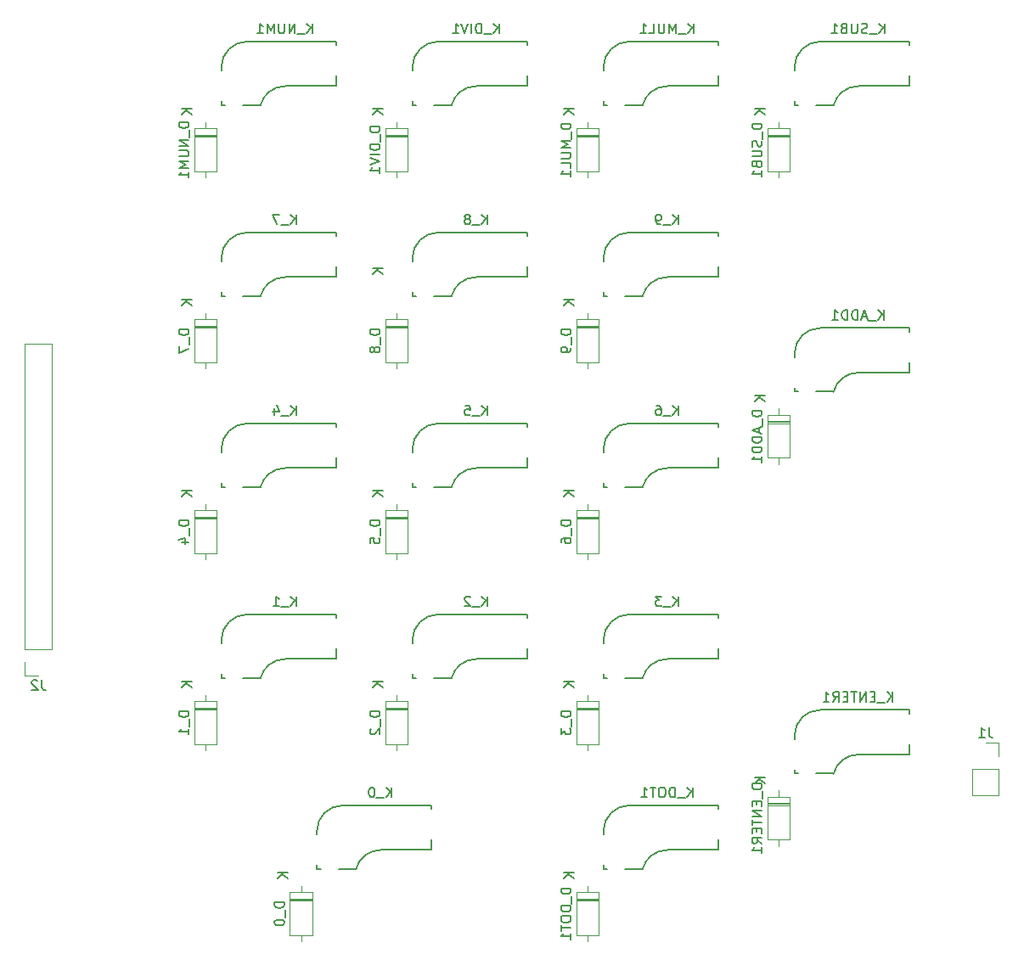
<source format=gbo>
G04 #@! TF.GenerationSoftware,KiCad,Pcbnew,(5.1.10)-1*
G04 #@! TF.CreationDate,2023-01-23T12:40:00+01:00*
G04 #@! TF.ProjectId,numpad,6e756d70-6164-42e6-9b69-6361645f7063,rev?*
G04 #@! TF.SameCoordinates,Original*
G04 #@! TF.FileFunction,Legend,Bot*
G04 #@! TF.FilePolarity,Positive*
%FSLAX46Y46*%
G04 Gerber Fmt 4.6, Leading zero omitted, Abs format (unit mm)*
G04 Created by KiCad (PCBNEW (5.1.10)-1) date 2023-01-23 12:40:00*
%MOMM*%
%LPD*%
G01*
G04 APERTURE LIST*
%ADD10C,0.150000*%
%ADD11C,0.120000*%
%ADD12R,2.550000X2.500000*%
%ADD13C,1.701800*%
%ADD14C,3.987800*%
%ADD15C,3.000000*%
%ADD16O,1.600000X1.600000*%
%ADD17R,1.600000X1.600000*%
%ADD18O,1.700000X1.700000*%
%ADD19R,1.700000X1.700000*%
G04 APERTURE END LIST*
D10*
X121443750Y-122809000D02*
X121443750Y-123190000D01*
X132873750Y-120269000D02*
X132873750Y-121285000D01*
X132873750Y-121285000D02*
X127793750Y-121285000D01*
X125329588Y-123190000D02*
X123602750Y-123190000D01*
X121824750Y-123190000D02*
X121443750Y-123190000D01*
X121443750Y-119380000D02*
X121443750Y-119761000D01*
X123983750Y-116840000D02*
X132873750Y-116840000D01*
X132873750Y-116840000D02*
X132873750Y-117221000D01*
X125329588Y-123208960D02*
G75*
G02*
X127793750Y-121285000I2464162J-616040D01*
G01*
X121443750Y-119380000D02*
G75*
G02*
X123983750Y-116840000I2540000J0D01*
G01*
X121443750Y-84709000D02*
X121443750Y-85090000D01*
X132873750Y-82169000D02*
X132873750Y-83185000D01*
X132873750Y-83185000D02*
X127793750Y-83185000D01*
X125329588Y-85090000D02*
X123602750Y-85090000D01*
X121824750Y-85090000D02*
X121443750Y-85090000D01*
X121443750Y-81280000D02*
X121443750Y-81661000D01*
X123983750Y-78740000D02*
X132873750Y-78740000D01*
X132873750Y-78740000D02*
X132873750Y-79121000D01*
X125329588Y-85108960D02*
G75*
G02*
X127793750Y-83185000I2464162J-616040D01*
G01*
X121443750Y-81280000D02*
G75*
G02*
X123983750Y-78740000I2540000J0D01*
G01*
X92868750Y-122809000D02*
X92868750Y-123190000D01*
X104298750Y-120269000D02*
X104298750Y-121285000D01*
X104298750Y-121285000D02*
X99218750Y-121285000D01*
X96754588Y-123190000D02*
X95027750Y-123190000D01*
X93249750Y-123190000D02*
X92868750Y-123190000D01*
X92868750Y-119380000D02*
X92868750Y-119761000D01*
X95408750Y-116840000D02*
X104298750Y-116840000D01*
X104298750Y-116840000D02*
X104298750Y-117221000D01*
X96754588Y-123208960D02*
G75*
G02*
X99218750Y-121285000I2464162J-616040D01*
G01*
X92868750Y-119380000D02*
G75*
G02*
X95408750Y-116840000I2540000J0D01*
G01*
X140493750Y-113284000D02*
X140493750Y-113665000D01*
X151923750Y-110744000D02*
X151923750Y-111760000D01*
X151923750Y-111760000D02*
X146843750Y-111760000D01*
X144379588Y-113665000D02*
X142652750Y-113665000D01*
X140874750Y-113665000D02*
X140493750Y-113665000D01*
X140493750Y-109855000D02*
X140493750Y-110236000D01*
X143033750Y-107315000D02*
X151923750Y-107315000D01*
X151923750Y-107315000D02*
X151923750Y-107696000D01*
X144379588Y-113683960D02*
G75*
G02*
X146843750Y-111760000I2464162J-616040D01*
G01*
X140493750Y-109855000D02*
G75*
G02*
X143033750Y-107315000I2540000J0D01*
G01*
X140493750Y-75184000D02*
X140493750Y-75565000D01*
X151923750Y-72644000D02*
X151923750Y-73660000D01*
X151923750Y-73660000D02*
X146843750Y-73660000D01*
X144379588Y-75565000D02*
X142652750Y-75565000D01*
X140874750Y-75565000D02*
X140493750Y-75565000D01*
X140493750Y-71755000D02*
X140493750Y-72136000D01*
X143033750Y-69215000D02*
X151923750Y-69215000D01*
X151923750Y-69215000D02*
X151923750Y-69596000D01*
X144379588Y-75583960D02*
G75*
G02*
X146843750Y-73660000I2464162J-616040D01*
G01*
X140493750Y-71755000D02*
G75*
G02*
X143033750Y-69215000I2540000J0D01*
G01*
X83343750Y-46609000D02*
X83343750Y-46990000D01*
X94773750Y-44069000D02*
X94773750Y-45085000D01*
X94773750Y-45085000D02*
X89693750Y-45085000D01*
X87229588Y-46990000D02*
X85502750Y-46990000D01*
X83724750Y-46990000D02*
X83343750Y-46990000D01*
X83343750Y-43180000D02*
X83343750Y-43561000D01*
X85883750Y-40640000D02*
X94773750Y-40640000D01*
X94773750Y-40640000D02*
X94773750Y-41021000D01*
X87229588Y-47008960D02*
G75*
G02*
X89693750Y-45085000I2464162J-616040D01*
G01*
X83343750Y-43180000D02*
G75*
G02*
X85883750Y-40640000I2540000J0D01*
G01*
D11*
X99686250Y-107065000D02*
X101926250Y-107065000D01*
X99686250Y-107305000D02*
X101926250Y-107305000D01*
X99686250Y-107185000D02*
X101926250Y-107185000D01*
X100806250Y-111355000D02*
X100806250Y-110705000D01*
X100806250Y-105815000D02*
X100806250Y-106465000D01*
X99686250Y-110705000D02*
X99686250Y-106465000D01*
X101926250Y-110705000D02*
X99686250Y-110705000D01*
X101926250Y-106465000D02*
X101926250Y-110705000D01*
X99686250Y-106465000D02*
X101926250Y-106465000D01*
D10*
X83343750Y-65659000D02*
X83343750Y-66040000D01*
X94773750Y-63119000D02*
X94773750Y-64135000D01*
X94773750Y-64135000D02*
X89693750Y-64135000D01*
X87229588Y-66040000D02*
X85502750Y-66040000D01*
X83724750Y-66040000D02*
X83343750Y-66040000D01*
X83343750Y-62230000D02*
X83343750Y-62611000D01*
X85883750Y-59690000D02*
X94773750Y-59690000D01*
X94773750Y-59690000D02*
X94773750Y-60071000D01*
X87229588Y-66058960D02*
G75*
G02*
X89693750Y-64135000I2464162J-616040D01*
G01*
X83343750Y-62230000D02*
G75*
G02*
X85883750Y-59690000I2540000J0D01*
G01*
D11*
X63757500Y-103882500D02*
X65087500Y-103882500D01*
X63757500Y-102552500D02*
X63757500Y-103882500D01*
X63757500Y-101282500D02*
X66417500Y-101282500D01*
X66417500Y-101282500D02*
X66417500Y-70742500D01*
X63757500Y-101282500D02*
X63757500Y-70742500D01*
X63757500Y-70742500D02*
X66417500Y-70742500D01*
X160873750Y-110588750D02*
X159543750Y-110588750D01*
X160873750Y-111918750D02*
X160873750Y-110588750D01*
X160873750Y-113188750D02*
X158213750Y-113188750D01*
X158213750Y-113188750D02*
X158213750Y-115788750D01*
X160873750Y-113188750D02*
X160873750Y-115788750D01*
X160873750Y-115788750D02*
X158213750Y-115788750D01*
X137786250Y-49915000D02*
X140026250Y-49915000D01*
X137786250Y-50155000D02*
X140026250Y-50155000D01*
X137786250Y-50035000D02*
X140026250Y-50035000D01*
X138906250Y-54205000D02*
X138906250Y-53555000D01*
X138906250Y-48665000D02*
X138906250Y-49315000D01*
X137786250Y-53555000D02*
X137786250Y-49315000D01*
X140026250Y-53555000D02*
X137786250Y-53555000D01*
X140026250Y-49315000D02*
X140026250Y-53555000D01*
X137786250Y-49315000D02*
X140026250Y-49315000D01*
X80636250Y-49915000D02*
X82876250Y-49915000D01*
X80636250Y-50155000D02*
X82876250Y-50155000D01*
X80636250Y-50035000D02*
X82876250Y-50035000D01*
X81756250Y-54205000D02*
X81756250Y-53555000D01*
X81756250Y-48665000D02*
X81756250Y-49315000D01*
X80636250Y-53555000D02*
X80636250Y-49315000D01*
X82876250Y-53555000D02*
X80636250Y-53555000D01*
X82876250Y-49315000D02*
X82876250Y-53555000D01*
X80636250Y-49315000D02*
X82876250Y-49315000D01*
X118736250Y-49915000D02*
X120976250Y-49915000D01*
X118736250Y-50155000D02*
X120976250Y-50155000D01*
X118736250Y-50035000D02*
X120976250Y-50035000D01*
X119856250Y-54205000D02*
X119856250Y-53555000D01*
X119856250Y-48665000D02*
X119856250Y-49315000D01*
X118736250Y-53555000D02*
X118736250Y-49315000D01*
X120976250Y-53555000D02*
X118736250Y-53555000D01*
X120976250Y-49315000D02*
X120976250Y-53555000D01*
X118736250Y-49315000D02*
X120976250Y-49315000D01*
X137786250Y-116590000D02*
X140026250Y-116590000D01*
X137786250Y-116830000D02*
X140026250Y-116830000D01*
X137786250Y-116710000D02*
X140026250Y-116710000D01*
X138906250Y-120880000D02*
X138906250Y-120230000D01*
X138906250Y-115340000D02*
X138906250Y-115990000D01*
X137786250Y-120230000D02*
X137786250Y-115990000D01*
X140026250Y-120230000D02*
X137786250Y-120230000D01*
X140026250Y-115990000D02*
X140026250Y-120230000D01*
X137786250Y-115990000D02*
X140026250Y-115990000D01*
X118736250Y-126115000D02*
X120976250Y-126115000D01*
X118736250Y-126355000D02*
X120976250Y-126355000D01*
X118736250Y-126235000D02*
X120976250Y-126235000D01*
X119856250Y-130405000D02*
X119856250Y-129755000D01*
X119856250Y-124865000D02*
X119856250Y-125515000D01*
X118736250Y-129755000D02*
X118736250Y-125515000D01*
X120976250Y-129755000D02*
X118736250Y-129755000D01*
X120976250Y-125515000D02*
X120976250Y-129755000D01*
X118736250Y-125515000D02*
X120976250Y-125515000D01*
X99686250Y-49915000D02*
X101926250Y-49915000D01*
X99686250Y-50155000D02*
X101926250Y-50155000D01*
X99686250Y-50035000D02*
X101926250Y-50035000D01*
X100806250Y-54205000D02*
X100806250Y-53555000D01*
X100806250Y-48665000D02*
X100806250Y-49315000D01*
X99686250Y-53555000D02*
X99686250Y-49315000D01*
X101926250Y-53555000D02*
X99686250Y-53555000D01*
X101926250Y-49315000D02*
X101926250Y-53555000D01*
X99686250Y-49315000D02*
X101926250Y-49315000D01*
X137786250Y-78490000D02*
X140026250Y-78490000D01*
X137786250Y-78730000D02*
X140026250Y-78730000D01*
X137786250Y-78610000D02*
X140026250Y-78610000D01*
X138906250Y-82780000D02*
X138906250Y-82130000D01*
X138906250Y-77240000D02*
X138906250Y-77890000D01*
X137786250Y-82130000D02*
X137786250Y-77890000D01*
X140026250Y-82130000D02*
X137786250Y-82130000D01*
X140026250Y-77890000D02*
X140026250Y-82130000D01*
X137786250Y-77890000D02*
X140026250Y-77890000D01*
X118736250Y-68965000D02*
X120976250Y-68965000D01*
X118736250Y-69205000D02*
X120976250Y-69205000D01*
X118736250Y-69085000D02*
X120976250Y-69085000D01*
X119856250Y-73255000D02*
X119856250Y-72605000D01*
X119856250Y-67715000D02*
X119856250Y-68365000D01*
X118736250Y-72605000D02*
X118736250Y-68365000D01*
X120976250Y-72605000D02*
X118736250Y-72605000D01*
X120976250Y-68365000D02*
X120976250Y-72605000D01*
X118736250Y-68365000D02*
X120976250Y-68365000D01*
X99686250Y-68965000D02*
X101926250Y-68965000D01*
X99686250Y-69205000D02*
X101926250Y-69205000D01*
X99686250Y-69085000D02*
X101926250Y-69085000D01*
X100806250Y-73255000D02*
X100806250Y-72605000D01*
X100806250Y-67715000D02*
X100806250Y-68365000D01*
X99686250Y-72605000D02*
X99686250Y-68365000D01*
X101926250Y-72605000D02*
X99686250Y-72605000D01*
X101926250Y-68365000D02*
X101926250Y-72605000D01*
X99686250Y-68365000D02*
X101926250Y-68365000D01*
X80636250Y-68965000D02*
X82876250Y-68965000D01*
X80636250Y-69205000D02*
X82876250Y-69205000D01*
X80636250Y-69085000D02*
X82876250Y-69085000D01*
X81756250Y-73255000D02*
X81756250Y-72605000D01*
X81756250Y-67715000D02*
X81756250Y-68365000D01*
X80636250Y-72605000D02*
X80636250Y-68365000D01*
X82876250Y-72605000D02*
X80636250Y-72605000D01*
X82876250Y-68365000D02*
X82876250Y-72605000D01*
X80636250Y-68365000D02*
X82876250Y-68365000D01*
X118736250Y-88015000D02*
X120976250Y-88015000D01*
X118736250Y-88255000D02*
X120976250Y-88255000D01*
X118736250Y-88135000D02*
X120976250Y-88135000D01*
X119856250Y-92305000D02*
X119856250Y-91655000D01*
X119856250Y-86765000D02*
X119856250Y-87415000D01*
X118736250Y-91655000D02*
X118736250Y-87415000D01*
X120976250Y-91655000D02*
X118736250Y-91655000D01*
X120976250Y-87415000D02*
X120976250Y-91655000D01*
X118736250Y-87415000D02*
X120976250Y-87415000D01*
X99686250Y-88015000D02*
X101926250Y-88015000D01*
X99686250Y-88255000D02*
X101926250Y-88255000D01*
X99686250Y-88135000D02*
X101926250Y-88135000D01*
X100806250Y-92305000D02*
X100806250Y-91655000D01*
X100806250Y-86765000D02*
X100806250Y-87415000D01*
X99686250Y-91655000D02*
X99686250Y-87415000D01*
X101926250Y-91655000D02*
X99686250Y-91655000D01*
X101926250Y-87415000D02*
X101926250Y-91655000D01*
X99686250Y-87415000D02*
X101926250Y-87415000D01*
X80636250Y-88015000D02*
X82876250Y-88015000D01*
X80636250Y-88255000D02*
X82876250Y-88255000D01*
X80636250Y-88135000D02*
X82876250Y-88135000D01*
X81756250Y-92305000D02*
X81756250Y-91655000D01*
X81756250Y-86765000D02*
X81756250Y-87415000D01*
X80636250Y-91655000D02*
X80636250Y-87415000D01*
X82876250Y-91655000D02*
X80636250Y-91655000D01*
X82876250Y-87415000D02*
X82876250Y-91655000D01*
X80636250Y-87415000D02*
X82876250Y-87415000D01*
X118736250Y-107065000D02*
X120976250Y-107065000D01*
X118736250Y-107305000D02*
X120976250Y-107305000D01*
X118736250Y-107185000D02*
X120976250Y-107185000D01*
X119856250Y-111355000D02*
X119856250Y-110705000D01*
X119856250Y-105815000D02*
X119856250Y-106465000D01*
X118736250Y-110705000D02*
X118736250Y-106465000D01*
X120976250Y-110705000D02*
X118736250Y-110705000D01*
X120976250Y-106465000D02*
X120976250Y-110705000D01*
X118736250Y-106465000D02*
X120976250Y-106465000D01*
X80636250Y-107065000D02*
X82876250Y-107065000D01*
X80636250Y-107305000D02*
X82876250Y-107305000D01*
X80636250Y-107185000D02*
X82876250Y-107185000D01*
X81756250Y-111355000D02*
X81756250Y-110705000D01*
X81756250Y-105815000D02*
X81756250Y-106465000D01*
X80636250Y-110705000D02*
X80636250Y-106465000D01*
X82876250Y-110705000D02*
X80636250Y-110705000D01*
X82876250Y-106465000D02*
X82876250Y-110705000D01*
X80636250Y-106465000D02*
X82876250Y-106465000D01*
X90161250Y-126115000D02*
X92401250Y-126115000D01*
X90161250Y-126355000D02*
X92401250Y-126355000D01*
X90161250Y-126235000D02*
X92401250Y-126235000D01*
X91281250Y-130405000D02*
X91281250Y-129755000D01*
X91281250Y-124865000D02*
X91281250Y-125515000D01*
X90161250Y-129755000D02*
X90161250Y-125515000D01*
X92401250Y-129755000D02*
X90161250Y-129755000D01*
X92401250Y-125515000D02*
X92401250Y-129755000D01*
X90161250Y-125515000D02*
X92401250Y-125515000D01*
D10*
X140493750Y-46609000D02*
X140493750Y-46990000D01*
X151923750Y-44069000D02*
X151923750Y-45085000D01*
X151923750Y-45085000D02*
X146843750Y-45085000D01*
X144379588Y-46990000D02*
X142652750Y-46990000D01*
X140874750Y-46990000D02*
X140493750Y-46990000D01*
X140493750Y-43180000D02*
X140493750Y-43561000D01*
X143033750Y-40640000D02*
X151923750Y-40640000D01*
X151923750Y-40640000D02*
X151923750Y-41021000D01*
X144379588Y-47008960D02*
G75*
G02*
X146843750Y-45085000I2464162J-616040D01*
G01*
X140493750Y-43180000D02*
G75*
G02*
X143033750Y-40640000I2540000J0D01*
G01*
X121443750Y-46609000D02*
X121443750Y-46990000D01*
X132873750Y-44069000D02*
X132873750Y-45085000D01*
X132873750Y-45085000D02*
X127793750Y-45085000D01*
X125329588Y-46990000D02*
X123602750Y-46990000D01*
X121824750Y-46990000D02*
X121443750Y-46990000D01*
X121443750Y-43180000D02*
X121443750Y-43561000D01*
X123983750Y-40640000D02*
X132873750Y-40640000D01*
X132873750Y-40640000D02*
X132873750Y-41021000D01*
X125329588Y-47008960D02*
G75*
G02*
X127793750Y-45085000I2464162J-616040D01*
G01*
X121443750Y-43180000D02*
G75*
G02*
X123983750Y-40640000I2540000J0D01*
G01*
X102393750Y-46609000D02*
X102393750Y-46990000D01*
X113823750Y-44069000D02*
X113823750Y-45085000D01*
X113823750Y-45085000D02*
X108743750Y-45085000D01*
X106279588Y-46990000D02*
X104552750Y-46990000D01*
X102774750Y-46990000D02*
X102393750Y-46990000D01*
X102393750Y-43180000D02*
X102393750Y-43561000D01*
X104933750Y-40640000D02*
X113823750Y-40640000D01*
X113823750Y-40640000D02*
X113823750Y-41021000D01*
X106279588Y-47008960D02*
G75*
G02*
X108743750Y-45085000I2464162J-616040D01*
G01*
X102393750Y-43180000D02*
G75*
G02*
X104933750Y-40640000I2540000J0D01*
G01*
X121443750Y-65659000D02*
X121443750Y-66040000D01*
X132873750Y-63119000D02*
X132873750Y-64135000D01*
X132873750Y-64135000D02*
X127793750Y-64135000D01*
X125329588Y-66040000D02*
X123602750Y-66040000D01*
X121824750Y-66040000D02*
X121443750Y-66040000D01*
X121443750Y-62230000D02*
X121443750Y-62611000D01*
X123983750Y-59690000D02*
X132873750Y-59690000D01*
X132873750Y-59690000D02*
X132873750Y-60071000D01*
X125329588Y-66058960D02*
G75*
G02*
X127793750Y-64135000I2464162J-616040D01*
G01*
X121443750Y-62230000D02*
G75*
G02*
X123983750Y-59690000I2540000J0D01*
G01*
X102393750Y-65659000D02*
X102393750Y-66040000D01*
X113823750Y-63119000D02*
X113823750Y-64135000D01*
X113823750Y-64135000D02*
X108743750Y-64135000D01*
X106279588Y-66040000D02*
X104552750Y-66040000D01*
X102774750Y-66040000D02*
X102393750Y-66040000D01*
X102393750Y-62230000D02*
X102393750Y-62611000D01*
X104933750Y-59690000D02*
X113823750Y-59690000D01*
X113823750Y-59690000D02*
X113823750Y-60071000D01*
X106279588Y-66058960D02*
G75*
G02*
X108743750Y-64135000I2464162J-616040D01*
G01*
X102393750Y-62230000D02*
G75*
G02*
X104933750Y-59690000I2540000J0D01*
G01*
X102393750Y-84709000D02*
X102393750Y-85090000D01*
X113823750Y-82169000D02*
X113823750Y-83185000D01*
X113823750Y-83185000D02*
X108743750Y-83185000D01*
X106279588Y-85090000D02*
X104552750Y-85090000D01*
X102774750Y-85090000D02*
X102393750Y-85090000D01*
X102393750Y-81280000D02*
X102393750Y-81661000D01*
X104933750Y-78740000D02*
X113823750Y-78740000D01*
X113823750Y-78740000D02*
X113823750Y-79121000D01*
X106279588Y-85108960D02*
G75*
G02*
X108743750Y-83185000I2464162J-616040D01*
G01*
X102393750Y-81280000D02*
G75*
G02*
X104933750Y-78740000I2540000J0D01*
G01*
X83343750Y-84709000D02*
X83343750Y-85090000D01*
X94773750Y-82169000D02*
X94773750Y-83185000D01*
X94773750Y-83185000D02*
X89693750Y-83185000D01*
X87229588Y-85090000D02*
X85502750Y-85090000D01*
X83724750Y-85090000D02*
X83343750Y-85090000D01*
X83343750Y-81280000D02*
X83343750Y-81661000D01*
X85883750Y-78740000D02*
X94773750Y-78740000D01*
X94773750Y-78740000D02*
X94773750Y-79121000D01*
X87229588Y-85108960D02*
G75*
G02*
X89693750Y-83185000I2464162J-616040D01*
G01*
X83343750Y-81280000D02*
G75*
G02*
X85883750Y-78740000I2540000J0D01*
G01*
X121443750Y-103759000D02*
X121443750Y-104140000D01*
X132873750Y-101219000D02*
X132873750Y-102235000D01*
X132873750Y-102235000D02*
X127793750Y-102235000D01*
X125329588Y-104140000D02*
X123602750Y-104140000D01*
X121824750Y-104140000D02*
X121443750Y-104140000D01*
X121443750Y-100330000D02*
X121443750Y-100711000D01*
X123983750Y-97790000D02*
X132873750Y-97790000D01*
X132873750Y-97790000D02*
X132873750Y-98171000D01*
X125329588Y-104158960D02*
G75*
G02*
X127793750Y-102235000I2464162J-616040D01*
G01*
X121443750Y-100330000D02*
G75*
G02*
X123983750Y-97790000I2540000J0D01*
G01*
X102393750Y-103759000D02*
X102393750Y-104140000D01*
X113823750Y-101219000D02*
X113823750Y-102235000D01*
X113823750Y-102235000D02*
X108743750Y-102235000D01*
X106279588Y-104140000D02*
X104552750Y-104140000D01*
X102774750Y-104140000D02*
X102393750Y-104140000D01*
X102393750Y-100330000D02*
X102393750Y-100711000D01*
X104933750Y-97790000D02*
X113823750Y-97790000D01*
X113823750Y-97790000D02*
X113823750Y-98171000D01*
X106279588Y-104158960D02*
G75*
G02*
X108743750Y-102235000I2464162J-616040D01*
G01*
X102393750Y-100330000D02*
G75*
G02*
X104933750Y-97790000I2540000J0D01*
G01*
X83343750Y-103759000D02*
X83343750Y-104140000D01*
X94773750Y-101219000D02*
X94773750Y-102235000D01*
X94773750Y-102235000D02*
X89693750Y-102235000D01*
X87229588Y-104140000D02*
X85502750Y-104140000D01*
X83724750Y-104140000D02*
X83343750Y-104140000D01*
X83343750Y-100330000D02*
X83343750Y-100711000D01*
X85883750Y-97790000D02*
X94773750Y-97790000D01*
X94773750Y-97790000D02*
X94773750Y-98171000D01*
X87229588Y-104158960D02*
G75*
G02*
X89693750Y-102235000I2464162J-616040D01*
G01*
X83343750Y-100330000D02*
G75*
G02*
X85883750Y-97790000I2540000J0D01*
G01*
X130317559Y-116022380D02*
X130317559Y-115022380D01*
X129746130Y-116022380D02*
X130174702Y-115450952D01*
X129746130Y-115022380D02*
X130317559Y-115593809D01*
X129555654Y-116117619D02*
X128793750Y-116117619D01*
X128555654Y-116022380D02*
X128555654Y-115022380D01*
X128317559Y-115022380D01*
X128174702Y-115070000D01*
X128079464Y-115165238D01*
X128031845Y-115260476D01*
X127984226Y-115450952D01*
X127984226Y-115593809D01*
X128031845Y-115784285D01*
X128079464Y-115879523D01*
X128174702Y-115974761D01*
X128317559Y-116022380D01*
X128555654Y-116022380D01*
X127365178Y-115022380D02*
X127174702Y-115022380D01*
X127079464Y-115070000D01*
X126984226Y-115165238D01*
X126936607Y-115355714D01*
X126936607Y-115689047D01*
X126984226Y-115879523D01*
X127079464Y-115974761D01*
X127174702Y-116022380D01*
X127365178Y-116022380D01*
X127460416Y-115974761D01*
X127555654Y-115879523D01*
X127603273Y-115689047D01*
X127603273Y-115355714D01*
X127555654Y-115165238D01*
X127460416Y-115070000D01*
X127365178Y-115022380D01*
X126650892Y-115022380D02*
X126079464Y-115022380D01*
X126365178Y-116022380D02*
X126365178Y-115022380D01*
X125222321Y-116022380D02*
X125793750Y-116022380D01*
X125508035Y-116022380D02*
X125508035Y-115022380D01*
X125603273Y-115165238D01*
X125698511Y-115260476D01*
X125793750Y-115308095D01*
X128912797Y-77922380D02*
X128912797Y-76922380D01*
X128341369Y-77922380D02*
X128769940Y-77350952D01*
X128341369Y-76922380D02*
X128912797Y-77493809D01*
X128150892Y-78017619D02*
X127388988Y-78017619D01*
X126722321Y-76922380D02*
X126912797Y-76922380D01*
X127008035Y-76970000D01*
X127055654Y-77017619D01*
X127150892Y-77160476D01*
X127198511Y-77350952D01*
X127198511Y-77731904D01*
X127150892Y-77827142D01*
X127103273Y-77874761D01*
X127008035Y-77922380D01*
X126817559Y-77922380D01*
X126722321Y-77874761D01*
X126674702Y-77827142D01*
X126627083Y-77731904D01*
X126627083Y-77493809D01*
X126674702Y-77398571D01*
X126722321Y-77350952D01*
X126817559Y-77303333D01*
X127008035Y-77303333D01*
X127103273Y-77350952D01*
X127150892Y-77398571D01*
X127198511Y-77493809D01*
X100337797Y-116022380D02*
X100337797Y-115022380D01*
X99766369Y-116022380D02*
X100194940Y-115450952D01*
X99766369Y-115022380D02*
X100337797Y-115593809D01*
X99575892Y-116117619D02*
X98813988Y-116117619D01*
X98385416Y-115022380D02*
X98290178Y-115022380D01*
X98194940Y-115070000D01*
X98147321Y-115117619D01*
X98099702Y-115212857D01*
X98052083Y-115403333D01*
X98052083Y-115641428D01*
X98099702Y-115831904D01*
X98147321Y-115927142D01*
X98194940Y-115974761D01*
X98290178Y-116022380D01*
X98385416Y-116022380D01*
X98480654Y-115974761D01*
X98528273Y-115927142D01*
X98575892Y-115831904D01*
X98623511Y-115641428D01*
X98623511Y-115403333D01*
X98575892Y-115212857D01*
X98528273Y-115117619D01*
X98480654Y-115070000D01*
X98385416Y-115022380D01*
X150272321Y-106497380D02*
X150272321Y-105497380D01*
X149700892Y-106497380D02*
X150129464Y-105925952D01*
X149700892Y-105497380D02*
X150272321Y-106068809D01*
X149510416Y-106592619D02*
X148748511Y-106592619D01*
X148510416Y-105973571D02*
X148177083Y-105973571D01*
X148034226Y-106497380D02*
X148510416Y-106497380D01*
X148510416Y-105497380D01*
X148034226Y-105497380D01*
X147605654Y-106497380D02*
X147605654Y-105497380D01*
X147034226Y-106497380D01*
X147034226Y-105497380D01*
X146700892Y-105497380D02*
X146129464Y-105497380D01*
X146415178Y-106497380D02*
X146415178Y-105497380D01*
X145796130Y-105973571D02*
X145462797Y-105973571D01*
X145319940Y-106497380D02*
X145796130Y-106497380D01*
X145796130Y-105497380D01*
X145319940Y-105497380D01*
X144319940Y-106497380D02*
X144653273Y-106021190D01*
X144891369Y-106497380D02*
X144891369Y-105497380D01*
X144510416Y-105497380D01*
X144415178Y-105545000D01*
X144367559Y-105592619D01*
X144319940Y-105687857D01*
X144319940Y-105830714D01*
X144367559Y-105925952D01*
X144415178Y-105973571D01*
X144510416Y-106021190D01*
X144891369Y-106021190D01*
X143367559Y-106497380D02*
X143938988Y-106497380D01*
X143653273Y-106497380D02*
X143653273Y-105497380D01*
X143748511Y-105640238D01*
X143843750Y-105735476D01*
X143938988Y-105783095D01*
X149391369Y-68397380D02*
X149391369Y-67397380D01*
X148819940Y-68397380D02*
X149248511Y-67825952D01*
X148819940Y-67397380D02*
X149391369Y-67968809D01*
X148629464Y-68492619D02*
X147867559Y-68492619D01*
X147677083Y-68111666D02*
X147200892Y-68111666D01*
X147772321Y-68397380D02*
X147438988Y-67397380D01*
X147105654Y-68397380D01*
X146772321Y-68397380D02*
X146772321Y-67397380D01*
X146534226Y-67397380D01*
X146391369Y-67445000D01*
X146296130Y-67540238D01*
X146248511Y-67635476D01*
X146200892Y-67825952D01*
X146200892Y-67968809D01*
X146248511Y-68159285D01*
X146296130Y-68254523D01*
X146391369Y-68349761D01*
X146534226Y-68397380D01*
X146772321Y-68397380D01*
X145772321Y-68397380D02*
X145772321Y-67397380D01*
X145534226Y-67397380D01*
X145391369Y-67445000D01*
X145296130Y-67540238D01*
X145248511Y-67635476D01*
X145200892Y-67825952D01*
X145200892Y-67968809D01*
X145248511Y-68159285D01*
X145296130Y-68254523D01*
X145391369Y-68349761D01*
X145534226Y-68397380D01*
X145772321Y-68397380D01*
X144248511Y-68397380D02*
X144819940Y-68397380D01*
X144534226Y-68397380D02*
X144534226Y-67397380D01*
X144629464Y-67540238D01*
X144724702Y-67635476D01*
X144819940Y-67683095D01*
X92431845Y-39822380D02*
X92431845Y-38822380D01*
X91860416Y-39822380D02*
X92288988Y-39250952D01*
X91860416Y-38822380D02*
X92431845Y-39393809D01*
X91669940Y-39917619D02*
X90908035Y-39917619D01*
X90669940Y-39822380D02*
X90669940Y-38822380D01*
X90098511Y-39822380D01*
X90098511Y-38822380D01*
X89622321Y-38822380D02*
X89622321Y-39631904D01*
X89574702Y-39727142D01*
X89527083Y-39774761D01*
X89431845Y-39822380D01*
X89241369Y-39822380D01*
X89146130Y-39774761D01*
X89098511Y-39727142D01*
X89050892Y-39631904D01*
X89050892Y-38822380D01*
X88574702Y-39822380D02*
X88574702Y-38822380D01*
X88241369Y-39536666D01*
X87908035Y-38822380D01*
X87908035Y-39822380D01*
X86908035Y-39822380D02*
X87479464Y-39822380D01*
X87193750Y-39822380D02*
X87193750Y-38822380D01*
X87288988Y-38965238D01*
X87384226Y-39060476D01*
X87479464Y-39108095D01*
X99138630Y-107465952D02*
X98138630Y-107465952D01*
X98138630Y-107704047D01*
X98186250Y-107846904D01*
X98281488Y-107942142D01*
X98376726Y-107989761D01*
X98567202Y-108037380D01*
X98710059Y-108037380D01*
X98900535Y-107989761D01*
X98995773Y-107942142D01*
X99091011Y-107846904D01*
X99138630Y-107704047D01*
X99138630Y-107465952D01*
X99233869Y-108227857D02*
X99233869Y-108989761D01*
X98233869Y-109180238D02*
X98186250Y-109227857D01*
X98138630Y-109323095D01*
X98138630Y-109561190D01*
X98186250Y-109656428D01*
X98233869Y-109704047D01*
X98329107Y-109751666D01*
X98424345Y-109751666D01*
X98567202Y-109704047D01*
X99138630Y-109132619D01*
X99138630Y-109751666D01*
X99458630Y-104513095D02*
X98458630Y-104513095D01*
X99458630Y-105084523D02*
X98887202Y-104655952D01*
X98458630Y-105084523D02*
X99030059Y-104513095D01*
X90812797Y-58872380D02*
X90812797Y-57872380D01*
X90241369Y-58872380D02*
X90669940Y-58300952D01*
X90241369Y-57872380D02*
X90812797Y-58443809D01*
X90050892Y-58967619D02*
X89288988Y-58967619D01*
X89146130Y-57872380D02*
X88479464Y-57872380D01*
X88908035Y-58872380D01*
X65420833Y-104334880D02*
X65420833Y-105049166D01*
X65468452Y-105192023D01*
X65563690Y-105287261D01*
X65706547Y-105334880D01*
X65801785Y-105334880D01*
X64992261Y-104430119D02*
X64944642Y-104382500D01*
X64849404Y-104334880D01*
X64611309Y-104334880D01*
X64516071Y-104382500D01*
X64468452Y-104430119D01*
X64420833Y-104525357D01*
X64420833Y-104620595D01*
X64468452Y-104763452D01*
X65039880Y-105334880D01*
X64420833Y-105334880D01*
X159877083Y-109041130D02*
X159877083Y-109755416D01*
X159924702Y-109898273D01*
X160019940Y-109993511D01*
X160162797Y-110041130D01*
X160258035Y-110041130D01*
X158877083Y-110041130D02*
X159448511Y-110041130D01*
X159162797Y-110041130D02*
X159162797Y-109041130D01*
X159258035Y-109183988D01*
X159353273Y-109279226D01*
X159448511Y-109326845D01*
X137238630Y-48815952D02*
X136238630Y-48815952D01*
X136238630Y-49054047D01*
X136286250Y-49196904D01*
X136381488Y-49292142D01*
X136476726Y-49339761D01*
X136667202Y-49387380D01*
X136810059Y-49387380D01*
X137000535Y-49339761D01*
X137095773Y-49292142D01*
X137191011Y-49196904D01*
X137238630Y-49054047D01*
X137238630Y-48815952D01*
X137333869Y-49577857D02*
X137333869Y-50339761D01*
X137191011Y-50530238D02*
X137238630Y-50673095D01*
X137238630Y-50911190D01*
X137191011Y-51006428D01*
X137143392Y-51054047D01*
X137048154Y-51101666D01*
X136952916Y-51101666D01*
X136857678Y-51054047D01*
X136810059Y-51006428D01*
X136762440Y-50911190D01*
X136714821Y-50720714D01*
X136667202Y-50625476D01*
X136619583Y-50577857D01*
X136524345Y-50530238D01*
X136429107Y-50530238D01*
X136333869Y-50577857D01*
X136286250Y-50625476D01*
X136238630Y-50720714D01*
X136238630Y-50958809D01*
X136286250Y-51101666D01*
X136238630Y-51530238D02*
X137048154Y-51530238D01*
X137143392Y-51577857D01*
X137191011Y-51625476D01*
X137238630Y-51720714D01*
X137238630Y-51911190D01*
X137191011Y-52006428D01*
X137143392Y-52054047D01*
X137048154Y-52101666D01*
X136238630Y-52101666D01*
X136714821Y-52911190D02*
X136762440Y-53054047D01*
X136810059Y-53101666D01*
X136905297Y-53149285D01*
X137048154Y-53149285D01*
X137143392Y-53101666D01*
X137191011Y-53054047D01*
X137238630Y-52958809D01*
X137238630Y-52577857D01*
X136238630Y-52577857D01*
X136238630Y-52911190D01*
X136286250Y-53006428D01*
X136333869Y-53054047D01*
X136429107Y-53101666D01*
X136524345Y-53101666D01*
X136619583Y-53054047D01*
X136667202Y-53006428D01*
X136714821Y-52911190D01*
X136714821Y-52577857D01*
X137238630Y-54101666D02*
X137238630Y-53530238D01*
X137238630Y-53815952D02*
X136238630Y-53815952D01*
X136381488Y-53720714D01*
X136476726Y-53625476D01*
X136524345Y-53530238D01*
X137558630Y-47363095D02*
X136558630Y-47363095D01*
X137558630Y-47934523D02*
X136987202Y-47505952D01*
X136558630Y-47934523D02*
X137130059Y-47363095D01*
X80088630Y-48696904D02*
X79088630Y-48696904D01*
X79088630Y-48935000D01*
X79136250Y-49077857D01*
X79231488Y-49173095D01*
X79326726Y-49220714D01*
X79517202Y-49268333D01*
X79660059Y-49268333D01*
X79850535Y-49220714D01*
X79945773Y-49173095D01*
X80041011Y-49077857D01*
X80088630Y-48935000D01*
X80088630Y-48696904D01*
X80183869Y-49458809D02*
X80183869Y-50220714D01*
X80088630Y-50458809D02*
X79088630Y-50458809D01*
X80088630Y-51030238D01*
X79088630Y-51030238D01*
X79088630Y-51506428D02*
X79898154Y-51506428D01*
X79993392Y-51554047D01*
X80041011Y-51601666D01*
X80088630Y-51696904D01*
X80088630Y-51887380D01*
X80041011Y-51982619D01*
X79993392Y-52030238D01*
X79898154Y-52077857D01*
X79088630Y-52077857D01*
X80088630Y-52554047D02*
X79088630Y-52554047D01*
X79802916Y-52887380D01*
X79088630Y-53220714D01*
X80088630Y-53220714D01*
X80088630Y-54220714D02*
X80088630Y-53649285D01*
X80088630Y-53935000D02*
X79088630Y-53935000D01*
X79231488Y-53839761D01*
X79326726Y-53744523D01*
X79374345Y-53649285D01*
X80408630Y-47363095D02*
X79408630Y-47363095D01*
X80408630Y-47934523D02*
X79837202Y-47505952D01*
X79408630Y-47934523D02*
X79980059Y-47363095D01*
X118188630Y-48815952D02*
X117188630Y-48815952D01*
X117188630Y-49054047D01*
X117236250Y-49196904D01*
X117331488Y-49292142D01*
X117426726Y-49339761D01*
X117617202Y-49387380D01*
X117760059Y-49387380D01*
X117950535Y-49339761D01*
X118045773Y-49292142D01*
X118141011Y-49196904D01*
X118188630Y-49054047D01*
X118188630Y-48815952D01*
X118283869Y-49577857D02*
X118283869Y-50339761D01*
X118188630Y-50577857D02*
X117188630Y-50577857D01*
X117902916Y-50911190D01*
X117188630Y-51244523D01*
X118188630Y-51244523D01*
X117188630Y-51720714D02*
X117998154Y-51720714D01*
X118093392Y-51768333D01*
X118141011Y-51815952D01*
X118188630Y-51911190D01*
X118188630Y-52101666D01*
X118141011Y-52196904D01*
X118093392Y-52244523D01*
X117998154Y-52292142D01*
X117188630Y-52292142D01*
X118188630Y-53244523D02*
X118188630Y-52768333D01*
X117188630Y-52768333D01*
X118188630Y-54101666D02*
X118188630Y-53530238D01*
X118188630Y-53815952D02*
X117188630Y-53815952D01*
X117331488Y-53720714D01*
X117426726Y-53625476D01*
X117474345Y-53530238D01*
X118508630Y-47363095D02*
X117508630Y-47363095D01*
X118508630Y-47934523D02*
X117937202Y-47505952D01*
X117508630Y-47934523D02*
X118080059Y-47363095D01*
X137238630Y-114681428D02*
X136238630Y-114681428D01*
X136238630Y-114919523D01*
X136286250Y-115062380D01*
X136381488Y-115157619D01*
X136476726Y-115205238D01*
X136667202Y-115252857D01*
X136810059Y-115252857D01*
X137000535Y-115205238D01*
X137095773Y-115157619D01*
X137191011Y-115062380D01*
X137238630Y-114919523D01*
X137238630Y-114681428D01*
X137333869Y-115443333D02*
X137333869Y-116205238D01*
X136714821Y-116443333D02*
X136714821Y-116776666D01*
X137238630Y-116919523D02*
X137238630Y-116443333D01*
X136238630Y-116443333D01*
X136238630Y-116919523D01*
X137238630Y-117348095D02*
X136238630Y-117348095D01*
X137238630Y-117919523D01*
X136238630Y-117919523D01*
X136238630Y-118252857D02*
X136238630Y-118824285D01*
X137238630Y-118538571D02*
X136238630Y-118538571D01*
X136714821Y-119157619D02*
X136714821Y-119490952D01*
X137238630Y-119633809D02*
X137238630Y-119157619D01*
X136238630Y-119157619D01*
X136238630Y-119633809D01*
X137238630Y-120633809D02*
X136762440Y-120300476D01*
X137238630Y-120062380D02*
X136238630Y-120062380D01*
X136238630Y-120443333D01*
X136286250Y-120538571D01*
X136333869Y-120586190D01*
X136429107Y-120633809D01*
X136571964Y-120633809D01*
X136667202Y-120586190D01*
X136714821Y-120538571D01*
X136762440Y-120443333D01*
X136762440Y-120062380D01*
X137238630Y-121586190D02*
X137238630Y-121014761D01*
X137238630Y-121300476D02*
X136238630Y-121300476D01*
X136381488Y-121205238D01*
X136476726Y-121110000D01*
X136524345Y-121014761D01*
X137558630Y-114038095D02*
X136558630Y-114038095D01*
X137558630Y-114609523D02*
X136987202Y-114180952D01*
X136558630Y-114609523D02*
X137130059Y-114038095D01*
X118188630Y-125111190D02*
X117188630Y-125111190D01*
X117188630Y-125349285D01*
X117236250Y-125492142D01*
X117331488Y-125587380D01*
X117426726Y-125635000D01*
X117617202Y-125682619D01*
X117760059Y-125682619D01*
X117950535Y-125635000D01*
X118045773Y-125587380D01*
X118141011Y-125492142D01*
X118188630Y-125349285D01*
X118188630Y-125111190D01*
X118283869Y-125873095D02*
X118283869Y-126635000D01*
X118188630Y-126873095D02*
X117188630Y-126873095D01*
X117188630Y-127111190D01*
X117236250Y-127254047D01*
X117331488Y-127349285D01*
X117426726Y-127396904D01*
X117617202Y-127444523D01*
X117760059Y-127444523D01*
X117950535Y-127396904D01*
X118045773Y-127349285D01*
X118141011Y-127254047D01*
X118188630Y-127111190D01*
X118188630Y-126873095D01*
X117188630Y-128063571D02*
X117188630Y-128254047D01*
X117236250Y-128349285D01*
X117331488Y-128444523D01*
X117521964Y-128492142D01*
X117855297Y-128492142D01*
X118045773Y-128444523D01*
X118141011Y-128349285D01*
X118188630Y-128254047D01*
X118188630Y-128063571D01*
X118141011Y-127968333D01*
X118045773Y-127873095D01*
X117855297Y-127825476D01*
X117521964Y-127825476D01*
X117331488Y-127873095D01*
X117236250Y-127968333D01*
X117188630Y-128063571D01*
X117188630Y-128777857D02*
X117188630Y-129349285D01*
X118188630Y-129063571D02*
X117188630Y-129063571D01*
X118188630Y-130206428D02*
X118188630Y-129635000D01*
X118188630Y-129920714D02*
X117188630Y-129920714D01*
X117331488Y-129825476D01*
X117426726Y-129730238D01*
X117474345Y-129635000D01*
X118508630Y-123563095D02*
X117508630Y-123563095D01*
X118508630Y-124134523D02*
X117937202Y-123705952D01*
X117508630Y-124134523D02*
X118080059Y-123563095D01*
X99138630Y-49149285D02*
X98138630Y-49149285D01*
X98138630Y-49387380D01*
X98186250Y-49530238D01*
X98281488Y-49625476D01*
X98376726Y-49673095D01*
X98567202Y-49720714D01*
X98710059Y-49720714D01*
X98900535Y-49673095D01*
X98995773Y-49625476D01*
X99091011Y-49530238D01*
X99138630Y-49387380D01*
X99138630Y-49149285D01*
X99233869Y-49911190D02*
X99233869Y-50673095D01*
X99138630Y-50911190D02*
X98138630Y-50911190D01*
X98138630Y-51149285D01*
X98186250Y-51292142D01*
X98281488Y-51387380D01*
X98376726Y-51435000D01*
X98567202Y-51482619D01*
X98710059Y-51482619D01*
X98900535Y-51435000D01*
X98995773Y-51387380D01*
X99091011Y-51292142D01*
X99138630Y-51149285D01*
X99138630Y-50911190D01*
X99138630Y-51911190D02*
X98138630Y-51911190D01*
X98138630Y-52244523D02*
X99138630Y-52577857D01*
X98138630Y-52911190D01*
X99138630Y-53768333D02*
X99138630Y-53196904D01*
X99138630Y-53482619D02*
X98138630Y-53482619D01*
X98281488Y-53387380D01*
X98376726Y-53292142D01*
X98424345Y-53196904D01*
X99458630Y-47363095D02*
X98458630Y-47363095D01*
X99458630Y-47934523D02*
X98887202Y-47505952D01*
X98458630Y-47934523D02*
X99030059Y-47363095D01*
X137238630Y-77462380D02*
X136238630Y-77462380D01*
X136238630Y-77700476D01*
X136286250Y-77843333D01*
X136381488Y-77938571D01*
X136476726Y-77986190D01*
X136667202Y-78033809D01*
X136810059Y-78033809D01*
X137000535Y-77986190D01*
X137095773Y-77938571D01*
X137191011Y-77843333D01*
X137238630Y-77700476D01*
X137238630Y-77462380D01*
X137333869Y-78224285D02*
X137333869Y-78986190D01*
X136952916Y-79176666D02*
X136952916Y-79652857D01*
X137238630Y-79081428D02*
X136238630Y-79414761D01*
X137238630Y-79748095D01*
X137238630Y-80081428D02*
X136238630Y-80081428D01*
X136238630Y-80319523D01*
X136286250Y-80462380D01*
X136381488Y-80557619D01*
X136476726Y-80605238D01*
X136667202Y-80652857D01*
X136810059Y-80652857D01*
X137000535Y-80605238D01*
X137095773Y-80557619D01*
X137191011Y-80462380D01*
X137238630Y-80319523D01*
X137238630Y-80081428D01*
X137238630Y-81081428D02*
X136238630Y-81081428D01*
X136238630Y-81319523D01*
X136286250Y-81462380D01*
X136381488Y-81557619D01*
X136476726Y-81605238D01*
X136667202Y-81652857D01*
X136810059Y-81652857D01*
X137000535Y-81605238D01*
X137095773Y-81557619D01*
X137191011Y-81462380D01*
X137238630Y-81319523D01*
X137238630Y-81081428D01*
X137238630Y-82605238D02*
X137238630Y-82033809D01*
X137238630Y-82319523D02*
X136238630Y-82319523D01*
X136381488Y-82224285D01*
X136476726Y-82129047D01*
X136524345Y-82033809D01*
X137558630Y-75938095D02*
X136558630Y-75938095D01*
X137558630Y-76509523D02*
X136987202Y-76080952D01*
X136558630Y-76509523D02*
X137130059Y-75938095D01*
X118188630Y-69365952D02*
X117188630Y-69365952D01*
X117188630Y-69604047D01*
X117236250Y-69746904D01*
X117331488Y-69842142D01*
X117426726Y-69889761D01*
X117617202Y-69937380D01*
X117760059Y-69937380D01*
X117950535Y-69889761D01*
X118045773Y-69842142D01*
X118141011Y-69746904D01*
X118188630Y-69604047D01*
X118188630Y-69365952D01*
X118283869Y-70127857D02*
X118283869Y-70889761D01*
X118188630Y-71175476D02*
X118188630Y-71365952D01*
X118141011Y-71461190D01*
X118093392Y-71508809D01*
X117950535Y-71604047D01*
X117760059Y-71651666D01*
X117379107Y-71651666D01*
X117283869Y-71604047D01*
X117236250Y-71556428D01*
X117188630Y-71461190D01*
X117188630Y-71270714D01*
X117236250Y-71175476D01*
X117283869Y-71127857D01*
X117379107Y-71080238D01*
X117617202Y-71080238D01*
X117712440Y-71127857D01*
X117760059Y-71175476D01*
X117807678Y-71270714D01*
X117807678Y-71461190D01*
X117760059Y-71556428D01*
X117712440Y-71604047D01*
X117617202Y-71651666D01*
X118508630Y-66413095D02*
X117508630Y-66413095D01*
X118508630Y-66984523D02*
X117937202Y-66555952D01*
X117508630Y-66984523D02*
X118080059Y-66413095D01*
X99138630Y-69365952D02*
X98138630Y-69365952D01*
X98138630Y-69604047D01*
X98186250Y-69746904D01*
X98281488Y-69842142D01*
X98376726Y-69889761D01*
X98567202Y-69937380D01*
X98710059Y-69937380D01*
X98900535Y-69889761D01*
X98995773Y-69842142D01*
X99091011Y-69746904D01*
X99138630Y-69604047D01*
X99138630Y-69365952D01*
X99233869Y-70127857D02*
X99233869Y-70889761D01*
X98567202Y-71270714D02*
X98519583Y-71175476D01*
X98471964Y-71127857D01*
X98376726Y-71080238D01*
X98329107Y-71080238D01*
X98233869Y-71127857D01*
X98186250Y-71175476D01*
X98138630Y-71270714D01*
X98138630Y-71461190D01*
X98186250Y-71556428D01*
X98233869Y-71604047D01*
X98329107Y-71651666D01*
X98376726Y-71651666D01*
X98471964Y-71604047D01*
X98519583Y-71556428D01*
X98567202Y-71461190D01*
X98567202Y-71270714D01*
X98614821Y-71175476D01*
X98662440Y-71127857D01*
X98757678Y-71080238D01*
X98948154Y-71080238D01*
X99043392Y-71127857D01*
X99091011Y-71175476D01*
X99138630Y-71270714D01*
X99138630Y-71461190D01*
X99091011Y-71556428D01*
X99043392Y-71604047D01*
X98948154Y-71651666D01*
X98757678Y-71651666D01*
X98662440Y-71604047D01*
X98614821Y-71556428D01*
X98567202Y-71461190D01*
X99458630Y-63238095D02*
X98458630Y-63238095D01*
X99458630Y-63809523D02*
X98887202Y-63380952D01*
X98458630Y-63809523D02*
X99030059Y-63238095D01*
X80088630Y-69365952D02*
X79088630Y-69365952D01*
X79088630Y-69604047D01*
X79136250Y-69746904D01*
X79231488Y-69842142D01*
X79326726Y-69889761D01*
X79517202Y-69937380D01*
X79660059Y-69937380D01*
X79850535Y-69889761D01*
X79945773Y-69842142D01*
X80041011Y-69746904D01*
X80088630Y-69604047D01*
X80088630Y-69365952D01*
X80183869Y-70127857D02*
X80183869Y-70889761D01*
X79088630Y-71032619D02*
X79088630Y-71699285D01*
X80088630Y-71270714D01*
X80408630Y-66413095D02*
X79408630Y-66413095D01*
X80408630Y-66984523D02*
X79837202Y-66555952D01*
X79408630Y-66984523D02*
X79980059Y-66413095D01*
X118188630Y-88415952D02*
X117188630Y-88415952D01*
X117188630Y-88654047D01*
X117236250Y-88796904D01*
X117331488Y-88892142D01*
X117426726Y-88939761D01*
X117617202Y-88987380D01*
X117760059Y-88987380D01*
X117950535Y-88939761D01*
X118045773Y-88892142D01*
X118141011Y-88796904D01*
X118188630Y-88654047D01*
X118188630Y-88415952D01*
X118283869Y-89177857D02*
X118283869Y-89939761D01*
X117188630Y-90606428D02*
X117188630Y-90415952D01*
X117236250Y-90320714D01*
X117283869Y-90273095D01*
X117426726Y-90177857D01*
X117617202Y-90130238D01*
X117998154Y-90130238D01*
X118093392Y-90177857D01*
X118141011Y-90225476D01*
X118188630Y-90320714D01*
X118188630Y-90511190D01*
X118141011Y-90606428D01*
X118093392Y-90654047D01*
X117998154Y-90701666D01*
X117760059Y-90701666D01*
X117664821Y-90654047D01*
X117617202Y-90606428D01*
X117569583Y-90511190D01*
X117569583Y-90320714D01*
X117617202Y-90225476D01*
X117664821Y-90177857D01*
X117760059Y-90130238D01*
X118508630Y-85463095D02*
X117508630Y-85463095D01*
X118508630Y-86034523D02*
X117937202Y-85605952D01*
X117508630Y-86034523D02*
X118080059Y-85463095D01*
X99138630Y-88415952D02*
X98138630Y-88415952D01*
X98138630Y-88654047D01*
X98186250Y-88796904D01*
X98281488Y-88892142D01*
X98376726Y-88939761D01*
X98567202Y-88987380D01*
X98710059Y-88987380D01*
X98900535Y-88939761D01*
X98995773Y-88892142D01*
X99091011Y-88796904D01*
X99138630Y-88654047D01*
X99138630Y-88415952D01*
X99233869Y-89177857D02*
X99233869Y-89939761D01*
X98138630Y-90654047D02*
X98138630Y-90177857D01*
X98614821Y-90130238D01*
X98567202Y-90177857D01*
X98519583Y-90273095D01*
X98519583Y-90511190D01*
X98567202Y-90606428D01*
X98614821Y-90654047D01*
X98710059Y-90701666D01*
X98948154Y-90701666D01*
X99043392Y-90654047D01*
X99091011Y-90606428D01*
X99138630Y-90511190D01*
X99138630Y-90273095D01*
X99091011Y-90177857D01*
X99043392Y-90130238D01*
X99458630Y-85463095D02*
X98458630Y-85463095D01*
X99458630Y-86034523D02*
X98887202Y-85605952D01*
X98458630Y-86034523D02*
X99030059Y-85463095D01*
X80088630Y-88415952D02*
X79088630Y-88415952D01*
X79088630Y-88654047D01*
X79136250Y-88796904D01*
X79231488Y-88892142D01*
X79326726Y-88939761D01*
X79517202Y-88987380D01*
X79660059Y-88987380D01*
X79850535Y-88939761D01*
X79945773Y-88892142D01*
X80041011Y-88796904D01*
X80088630Y-88654047D01*
X80088630Y-88415952D01*
X80183869Y-89177857D02*
X80183869Y-89939761D01*
X79421964Y-90606428D02*
X80088630Y-90606428D01*
X79041011Y-90368333D02*
X79755297Y-90130238D01*
X79755297Y-90749285D01*
X80408630Y-85463095D02*
X79408630Y-85463095D01*
X80408630Y-86034523D02*
X79837202Y-85605952D01*
X79408630Y-86034523D02*
X79980059Y-85463095D01*
X118188630Y-107465952D02*
X117188630Y-107465952D01*
X117188630Y-107704047D01*
X117236250Y-107846904D01*
X117331488Y-107942142D01*
X117426726Y-107989761D01*
X117617202Y-108037380D01*
X117760059Y-108037380D01*
X117950535Y-107989761D01*
X118045773Y-107942142D01*
X118141011Y-107846904D01*
X118188630Y-107704047D01*
X118188630Y-107465952D01*
X118283869Y-108227857D02*
X118283869Y-108989761D01*
X117188630Y-109132619D02*
X117188630Y-109751666D01*
X117569583Y-109418333D01*
X117569583Y-109561190D01*
X117617202Y-109656428D01*
X117664821Y-109704047D01*
X117760059Y-109751666D01*
X117998154Y-109751666D01*
X118093392Y-109704047D01*
X118141011Y-109656428D01*
X118188630Y-109561190D01*
X118188630Y-109275476D01*
X118141011Y-109180238D01*
X118093392Y-109132619D01*
X118508630Y-104513095D02*
X117508630Y-104513095D01*
X118508630Y-105084523D02*
X117937202Y-104655952D01*
X117508630Y-105084523D02*
X118080059Y-104513095D01*
X80088630Y-107465952D02*
X79088630Y-107465952D01*
X79088630Y-107704047D01*
X79136250Y-107846904D01*
X79231488Y-107942142D01*
X79326726Y-107989761D01*
X79517202Y-108037380D01*
X79660059Y-108037380D01*
X79850535Y-107989761D01*
X79945773Y-107942142D01*
X80041011Y-107846904D01*
X80088630Y-107704047D01*
X80088630Y-107465952D01*
X80183869Y-108227857D02*
X80183869Y-108989761D01*
X80088630Y-109751666D02*
X80088630Y-109180238D01*
X80088630Y-109465952D02*
X79088630Y-109465952D01*
X79231488Y-109370714D01*
X79326726Y-109275476D01*
X79374345Y-109180238D01*
X80408630Y-104513095D02*
X79408630Y-104513095D01*
X80408630Y-105084523D02*
X79837202Y-104655952D01*
X79408630Y-105084523D02*
X79980059Y-104513095D01*
X89613630Y-126515952D02*
X88613630Y-126515952D01*
X88613630Y-126754047D01*
X88661250Y-126896904D01*
X88756488Y-126992142D01*
X88851726Y-127039761D01*
X89042202Y-127087380D01*
X89185059Y-127087380D01*
X89375535Y-127039761D01*
X89470773Y-126992142D01*
X89566011Y-126896904D01*
X89613630Y-126754047D01*
X89613630Y-126515952D01*
X89708869Y-127277857D02*
X89708869Y-128039761D01*
X88613630Y-128468333D02*
X88613630Y-128563571D01*
X88661250Y-128658809D01*
X88708869Y-128706428D01*
X88804107Y-128754047D01*
X88994583Y-128801666D01*
X89232678Y-128801666D01*
X89423154Y-128754047D01*
X89518392Y-128706428D01*
X89566011Y-128658809D01*
X89613630Y-128563571D01*
X89613630Y-128468333D01*
X89566011Y-128373095D01*
X89518392Y-128325476D01*
X89423154Y-128277857D01*
X89232678Y-128230238D01*
X88994583Y-128230238D01*
X88804107Y-128277857D01*
X88708869Y-128325476D01*
X88661250Y-128373095D01*
X88613630Y-128468333D01*
X89933630Y-123563095D02*
X88933630Y-123563095D01*
X89933630Y-124134523D02*
X89362202Y-123705952D01*
X88933630Y-124134523D02*
X89505059Y-123563095D01*
X149462797Y-39822380D02*
X149462797Y-38822380D01*
X148891369Y-39822380D02*
X149319940Y-39250952D01*
X148891369Y-38822380D02*
X149462797Y-39393809D01*
X148700892Y-39917619D02*
X147938988Y-39917619D01*
X147748511Y-39774761D02*
X147605654Y-39822380D01*
X147367559Y-39822380D01*
X147272321Y-39774761D01*
X147224702Y-39727142D01*
X147177083Y-39631904D01*
X147177083Y-39536666D01*
X147224702Y-39441428D01*
X147272321Y-39393809D01*
X147367559Y-39346190D01*
X147558035Y-39298571D01*
X147653273Y-39250952D01*
X147700892Y-39203333D01*
X147748511Y-39108095D01*
X147748511Y-39012857D01*
X147700892Y-38917619D01*
X147653273Y-38870000D01*
X147558035Y-38822380D01*
X147319940Y-38822380D01*
X147177083Y-38870000D01*
X146748511Y-38822380D02*
X146748511Y-39631904D01*
X146700892Y-39727142D01*
X146653273Y-39774761D01*
X146558035Y-39822380D01*
X146367559Y-39822380D01*
X146272321Y-39774761D01*
X146224702Y-39727142D01*
X146177083Y-39631904D01*
X146177083Y-38822380D01*
X145367559Y-39298571D02*
X145224702Y-39346190D01*
X145177083Y-39393809D01*
X145129464Y-39489047D01*
X145129464Y-39631904D01*
X145177083Y-39727142D01*
X145224702Y-39774761D01*
X145319940Y-39822380D01*
X145700892Y-39822380D01*
X145700892Y-38822380D01*
X145367559Y-38822380D01*
X145272321Y-38870000D01*
X145224702Y-38917619D01*
X145177083Y-39012857D01*
X145177083Y-39108095D01*
X145224702Y-39203333D01*
X145272321Y-39250952D01*
X145367559Y-39298571D01*
X145700892Y-39298571D01*
X144177083Y-39822380D02*
X144748511Y-39822380D01*
X144462797Y-39822380D02*
X144462797Y-38822380D01*
X144558035Y-38965238D01*
X144653273Y-39060476D01*
X144748511Y-39108095D01*
X130412797Y-39822380D02*
X130412797Y-38822380D01*
X129841369Y-39822380D02*
X130269940Y-39250952D01*
X129841369Y-38822380D02*
X130412797Y-39393809D01*
X129650892Y-39917619D02*
X128888988Y-39917619D01*
X128650892Y-39822380D02*
X128650892Y-38822380D01*
X128317559Y-39536666D01*
X127984226Y-38822380D01*
X127984226Y-39822380D01*
X127508035Y-38822380D02*
X127508035Y-39631904D01*
X127460416Y-39727142D01*
X127412797Y-39774761D01*
X127317559Y-39822380D01*
X127127083Y-39822380D01*
X127031845Y-39774761D01*
X126984226Y-39727142D01*
X126936607Y-39631904D01*
X126936607Y-38822380D01*
X125984226Y-39822380D02*
X126460416Y-39822380D01*
X126460416Y-38822380D01*
X125127083Y-39822380D02*
X125698511Y-39822380D01*
X125412797Y-39822380D02*
X125412797Y-38822380D01*
X125508035Y-38965238D01*
X125603273Y-39060476D01*
X125698511Y-39108095D01*
X111029464Y-39822380D02*
X111029464Y-38822380D01*
X110458035Y-39822380D02*
X110886607Y-39250952D01*
X110458035Y-38822380D02*
X111029464Y-39393809D01*
X110267559Y-39917619D02*
X109505654Y-39917619D01*
X109267559Y-39822380D02*
X109267559Y-38822380D01*
X109029464Y-38822380D01*
X108886607Y-38870000D01*
X108791369Y-38965238D01*
X108743750Y-39060476D01*
X108696130Y-39250952D01*
X108696130Y-39393809D01*
X108743750Y-39584285D01*
X108791369Y-39679523D01*
X108886607Y-39774761D01*
X109029464Y-39822380D01*
X109267559Y-39822380D01*
X108267559Y-39822380D02*
X108267559Y-38822380D01*
X107934226Y-38822380D02*
X107600892Y-39822380D01*
X107267559Y-38822380D01*
X106410416Y-39822380D02*
X106981845Y-39822380D01*
X106696130Y-39822380D02*
X106696130Y-38822380D01*
X106791369Y-38965238D01*
X106886607Y-39060476D01*
X106981845Y-39108095D01*
X128912797Y-58872380D02*
X128912797Y-57872380D01*
X128341369Y-58872380D02*
X128769940Y-58300952D01*
X128341369Y-57872380D02*
X128912797Y-58443809D01*
X128150892Y-58967619D02*
X127388988Y-58967619D01*
X127103273Y-58872380D02*
X126912797Y-58872380D01*
X126817559Y-58824761D01*
X126769940Y-58777142D01*
X126674702Y-58634285D01*
X126627083Y-58443809D01*
X126627083Y-58062857D01*
X126674702Y-57967619D01*
X126722321Y-57920000D01*
X126817559Y-57872380D01*
X127008035Y-57872380D01*
X127103273Y-57920000D01*
X127150892Y-57967619D01*
X127198511Y-58062857D01*
X127198511Y-58300952D01*
X127150892Y-58396190D01*
X127103273Y-58443809D01*
X127008035Y-58491428D01*
X126817559Y-58491428D01*
X126722321Y-58443809D01*
X126674702Y-58396190D01*
X126627083Y-58300952D01*
X109862797Y-58872380D02*
X109862797Y-57872380D01*
X109291369Y-58872380D02*
X109719940Y-58300952D01*
X109291369Y-57872380D02*
X109862797Y-58443809D01*
X109100892Y-58967619D02*
X108338988Y-58967619D01*
X107958035Y-58300952D02*
X108053273Y-58253333D01*
X108100892Y-58205714D01*
X108148511Y-58110476D01*
X108148511Y-58062857D01*
X108100892Y-57967619D01*
X108053273Y-57920000D01*
X107958035Y-57872380D01*
X107767559Y-57872380D01*
X107672321Y-57920000D01*
X107624702Y-57967619D01*
X107577083Y-58062857D01*
X107577083Y-58110476D01*
X107624702Y-58205714D01*
X107672321Y-58253333D01*
X107767559Y-58300952D01*
X107958035Y-58300952D01*
X108053273Y-58348571D01*
X108100892Y-58396190D01*
X108148511Y-58491428D01*
X108148511Y-58681904D01*
X108100892Y-58777142D01*
X108053273Y-58824761D01*
X107958035Y-58872380D01*
X107767559Y-58872380D01*
X107672321Y-58824761D01*
X107624702Y-58777142D01*
X107577083Y-58681904D01*
X107577083Y-58491428D01*
X107624702Y-58396190D01*
X107672321Y-58348571D01*
X107767559Y-58300952D01*
X109862797Y-77922380D02*
X109862797Y-76922380D01*
X109291369Y-77922380D02*
X109719940Y-77350952D01*
X109291369Y-76922380D02*
X109862797Y-77493809D01*
X109100892Y-78017619D02*
X108338988Y-78017619D01*
X107624702Y-76922380D02*
X108100892Y-76922380D01*
X108148511Y-77398571D01*
X108100892Y-77350952D01*
X108005654Y-77303333D01*
X107767559Y-77303333D01*
X107672321Y-77350952D01*
X107624702Y-77398571D01*
X107577083Y-77493809D01*
X107577083Y-77731904D01*
X107624702Y-77827142D01*
X107672321Y-77874761D01*
X107767559Y-77922380D01*
X108005654Y-77922380D01*
X108100892Y-77874761D01*
X108148511Y-77827142D01*
X90812797Y-77922380D02*
X90812797Y-76922380D01*
X90241369Y-77922380D02*
X90669940Y-77350952D01*
X90241369Y-76922380D02*
X90812797Y-77493809D01*
X90050892Y-78017619D02*
X89288988Y-78017619D01*
X88622321Y-77255714D02*
X88622321Y-77922380D01*
X88860416Y-76874761D02*
X89098511Y-77589047D01*
X88479464Y-77589047D01*
X128912797Y-96972380D02*
X128912797Y-95972380D01*
X128341369Y-96972380D02*
X128769940Y-96400952D01*
X128341369Y-95972380D02*
X128912797Y-96543809D01*
X128150892Y-97067619D02*
X127388988Y-97067619D01*
X127246130Y-95972380D02*
X126627083Y-95972380D01*
X126960416Y-96353333D01*
X126817559Y-96353333D01*
X126722321Y-96400952D01*
X126674702Y-96448571D01*
X126627083Y-96543809D01*
X126627083Y-96781904D01*
X126674702Y-96877142D01*
X126722321Y-96924761D01*
X126817559Y-96972380D01*
X127103273Y-96972380D01*
X127198511Y-96924761D01*
X127246130Y-96877142D01*
X109862797Y-96972380D02*
X109862797Y-95972380D01*
X109291369Y-96972380D02*
X109719940Y-96400952D01*
X109291369Y-95972380D02*
X109862797Y-96543809D01*
X109100892Y-97067619D02*
X108338988Y-97067619D01*
X108148511Y-96067619D02*
X108100892Y-96020000D01*
X108005654Y-95972380D01*
X107767559Y-95972380D01*
X107672321Y-96020000D01*
X107624702Y-96067619D01*
X107577083Y-96162857D01*
X107577083Y-96258095D01*
X107624702Y-96400952D01*
X108196130Y-96972380D01*
X107577083Y-96972380D01*
X90812797Y-96972380D02*
X90812797Y-95972380D01*
X90241369Y-96972380D02*
X90669940Y-96400952D01*
X90241369Y-95972380D02*
X90812797Y-96543809D01*
X90050892Y-97067619D02*
X89288988Y-97067619D01*
X88527083Y-96972380D02*
X89098511Y-96972380D01*
X88812797Y-96972380D02*
X88812797Y-95972380D01*
X88908035Y-96115238D01*
X89003273Y-96210476D01*
X89098511Y-96258095D01*
%LPC*%
D12*
X120233750Y-121285000D03*
D13*
X122713750Y-123825000D03*
X132873750Y-123825000D03*
D14*
X127793750Y-123825000D03*
D15*
X123983750Y-121285000D03*
X130333750Y-118745000D03*
D12*
X134083750Y-118745000D03*
X120233750Y-83185000D03*
D13*
X122713750Y-85725000D03*
X132873750Y-85725000D03*
D14*
X127793750Y-85725000D03*
D15*
X123983750Y-83185000D03*
X130333750Y-80645000D03*
D12*
X134083750Y-80645000D03*
X91658750Y-121285000D03*
D13*
X94138750Y-123825000D03*
X104298750Y-123825000D03*
D14*
X99218750Y-123825000D03*
D15*
X95408750Y-121285000D03*
X101758750Y-118745000D03*
D12*
X105508750Y-118745000D03*
X139283750Y-111760000D03*
D13*
X141763750Y-114300000D03*
X151923750Y-114300000D03*
D14*
X146843750Y-114300000D03*
D15*
X143033750Y-111760000D03*
X149383750Y-109220000D03*
D12*
X153133750Y-109220000D03*
X139283750Y-73660000D03*
D13*
X141763750Y-76200000D03*
X151923750Y-76200000D03*
D14*
X146843750Y-76200000D03*
D15*
X143033750Y-73660000D03*
X149383750Y-71120000D03*
D12*
X153133750Y-71120000D03*
X82133750Y-45085000D03*
D13*
X84613750Y-47625000D03*
X94773750Y-47625000D03*
D14*
X89693750Y-47625000D03*
D15*
X85883750Y-45085000D03*
X92233750Y-42545000D03*
D12*
X95983750Y-42545000D03*
D16*
X100806250Y-112395000D03*
D17*
X100806250Y-104775000D03*
D12*
X82133750Y-64135000D03*
D13*
X84613750Y-66675000D03*
X94773750Y-66675000D03*
D14*
X89693750Y-66675000D03*
D15*
X85883750Y-64135000D03*
X92233750Y-61595000D03*
D12*
X95983750Y-61595000D03*
D18*
X65087500Y-72072500D03*
X65087500Y-74612500D03*
X65087500Y-77152500D03*
X65087500Y-79692500D03*
X65087500Y-82232500D03*
X65087500Y-84772500D03*
X65087500Y-87312500D03*
X65087500Y-89852500D03*
X65087500Y-92392500D03*
X65087500Y-94932500D03*
X65087500Y-97472500D03*
X65087500Y-100012500D03*
D19*
X65087500Y-102552500D03*
D18*
X159543750Y-114458750D03*
D19*
X159543750Y-111918750D03*
D16*
X138906250Y-55245000D03*
D17*
X138906250Y-47625000D03*
D16*
X81756250Y-55245000D03*
D17*
X81756250Y-47625000D03*
D16*
X119856250Y-55245000D03*
D17*
X119856250Y-47625000D03*
D16*
X138906250Y-121920000D03*
D17*
X138906250Y-114300000D03*
D16*
X119856250Y-131445000D03*
D17*
X119856250Y-123825000D03*
D16*
X100806250Y-55245000D03*
D17*
X100806250Y-47625000D03*
D16*
X138906250Y-83820000D03*
D17*
X138906250Y-76200000D03*
D16*
X119856250Y-74295000D03*
D17*
X119856250Y-66675000D03*
D16*
X100806250Y-74295000D03*
D17*
X100806250Y-66675000D03*
D16*
X81756250Y-74295000D03*
D17*
X81756250Y-66675000D03*
D16*
X119856250Y-93345000D03*
D17*
X119856250Y-85725000D03*
D16*
X100806250Y-93345000D03*
D17*
X100806250Y-85725000D03*
D16*
X81756250Y-93345000D03*
D17*
X81756250Y-85725000D03*
D16*
X119856250Y-112395000D03*
D17*
X119856250Y-104775000D03*
D16*
X81756250Y-112395000D03*
D17*
X81756250Y-104775000D03*
D16*
X91281250Y-131445000D03*
D17*
X91281250Y-123825000D03*
D12*
X139283750Y-45085000D03*
D13*
X141763750Y-47625000D03*
X151923750Y-47625000D03*
D14*
X146843750Y-47625000D03*
D15*
X143033750Y-45085000D03*
X149383750Y-42545000D03*
D12*
X153133750Y-42545000D03*
X120233750Y-45085000D03*
D13*
X122713750Y-47625000D03*
X132873750Y-47625000D03*
D14*
X127793750Y-47625000D03*
D15*
X123983750Y-45085000D03*
X130333750Y-42545000D03*
D12*
X134083750Y-42545000D03*
X101183750Y-45085000D03*
D13*
X103663750Y-47625000D03*
X113823750Y-47625000D03*
D14*
X108743750Y-47625000D03*
D15*
X104933750Y-45085000D03*
X111283750Y-42545000D03*
D12*
X115033750Y-42545000D03*
X120233750Y-64135000D03*
D13*
X122713750Y-66675000D03*
X132873750Y-66675000D03*
D14*
X127793750Y-66675000D03*
D15*
X123983750Y-64135000D03*
X130333750Y-61595000D03*
D12*
X134083750Y-61595000D03*
X101183750Y-64135000D03*
D13*
X103663750Y-66675000D03*
X113823750Y-66675000D03*
D14*
X108743750Y-66675000D03*
D15*
X104933750Y-64135000D03*
X111283750Y-61595000D03*
D12*
X115033750Y-61595000D03*
X101183750Y-83185000D03*
D13*
X103663750Y-85725000D03*
X113823750Y-85725000D03*
D14*
X108743750Y-85725000D03*
D15*
X104933750Y-83185000D03*
X111283750Y-80645000D03*
D12*
X115033750Y-80645000D03*
X82133750Y-83185000D03*
D13*
X84613750Y-85725000D03*
X94773750Y-85725000D03*
D14*
X89693750Y-85725000D03*
D15*
X85883750Y-83185000D03*
X92233750Y-80645000D03*
D12*
X95983750Y-80645000D03*
X120233750Y-102235000D03*
D13*
X122713750Y-104775000D03*
X132873750Y-104775000D03*
D14*
X127793750Y-104775000D03*
D15*
X123983750Y-102235000D03*
X130333750Y-99695000D03*
D12*
X134083750Y-99695000D03*
X101183750Y-102235000D03*
D13*
X103663750Y-104775000D03*
X113823750Y-104775000D03*
D14*
X108743750Y-104775000D03*
D15*
X104933750Y-102235000D03*
X111283750Y-99695000D03*
D12*
X115033750Y-99695000D03*
X82133750Y-102235000D03*
D13*
X84613750Y-104775000D03*
X94773750Y-104775000D03*
D14*
X89693750Y-104775000D03*
D15*
X85883750Y-102235000D03*
X92233750Y-99695000D03*
D12*
X95983750Y-99695000D03*
M02*

</source>
